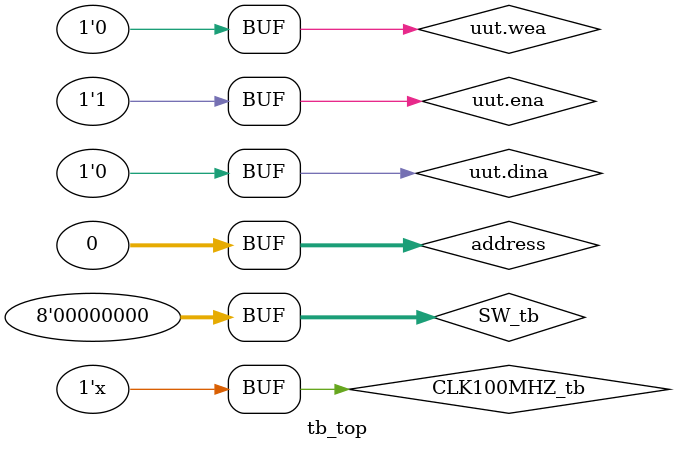
<source format=v>
`timescale 1ns / 1ps


module tb_top();


    reg  CLK100MHZ_tb;
    reg [7:0] SW_tb;
    integer address = 0;
    wire AUD_PWM_tb; 
    wire AUD_SD_tb;
    wire [2:0] LED_tb;
    reg PWM=0;
    reg output_audio=0;
    
    top uut(.CLK100MHZ(CLK100MHZ_tb), .SW(SW_tb), .AUD_PWM(AUD_PWM_tb), .AUD_SD(AUD_SD_tb), .LED(LED_tb));
    
    initial begin
    
        CLK100MHZ_tb=1;SW_tb=0;
        uut.ena = 1;
        uut.wea = 0;
        uut.dina = 0;
        uut.addra = 0;
        
    end
    
    always begin
        CLK100MHZ_tb = ~CLK100MHZ_tb;
        #1;
    end
    
    
    always@(posedge uut.CLK100MHZ)begin
       uut.PWM<=uut.douta;
       uut.addra <= uut.addra + 1;
       PWM<=uut.PWM;
       output_audio<=uut.AUD_PWM;
    end
endmodule
</source>
